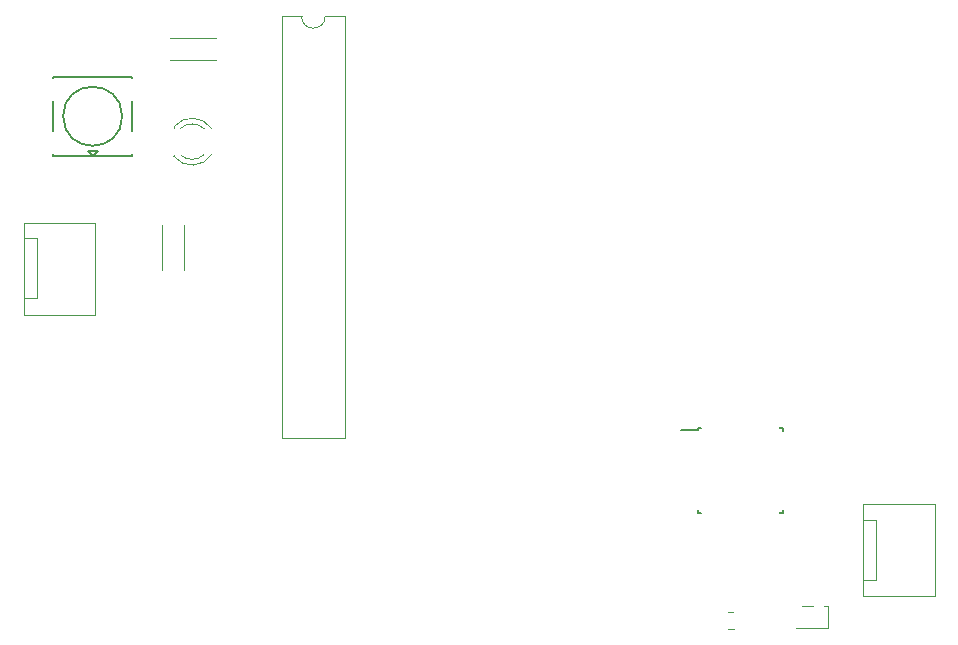
<source format=gto>
%TF.GenerationSoftware,KiCad,Pcbnew,(5.0.0)*%
%TF.CreationDate,2018-10-04T13:43:41-06:00*%
%TF.ProjectId,contador,636F6E7461646F722E6B696361645F70,rev?*%
%TF.SameCoordinates,Original*%
%TF.FileFunction,Legend,Top*%
%TF.FilePolarity,Positive*%
%FSLAX46Y46*%
G04 Gerber Fmt 4.6, Leading zero omitted, Abs format (unit mm)*
G04 Created by KiCad (PCBNEW (5.0.0)) date 10/04/18 13:43:41*
%MOMM*%
%LPD*%
G01*
G04 APERTURE LIST*
%ADD10C,0.120000*%
%ADD11C,0.200000*%
%ADD12C,0.150000*%
%ADD13C,1.375000*%
%ADD14R,2.200000X2.200000*%
%ADD15C,2.200000*%
%ADD16R,2.430000X2.130000*%
%ADD17O,2.430000X2.130000*%
%ADD18O,1.800000X1.800000*%
%ADD19C,1.800000*%
%ADD20C,1.924000*%
%ADD21R,2.000000X0.950000*%
%ADD22R,0.950000X2.000000*%
%ADD23R,2.000000X2.000000*%
%ADD24O,2.000000X2.000000*%
G04 APERTURE END LIST*
D10*
X169337500Y-120160000D02*
X172022500Y-120160000D01*
X172022500Y-120160000D02*
X172022500Y-118240000D01*
X172022500Y-118240000D02*
X169337500Y-118240000D01*
X119842335Y-77871392D02*
G75*
G03X116610000Y-77714484I-1672335J-1078608D01*
G01*
X119842335Y-80028608D02*
G75*
G02X116610000Y-80185516I-1672335J1078608D01*
G01*
X119211130Y-77870163D02*
G75*
G03X117129039Y-77870000I-1041130J-1079837D01*
G01*
X119211130Y-80029837D02*
G75*
G02X117129039Y-80030000I-1041130J1079837D01*
G01*
X116610000Y-77714000D02*
X116610000Y-77870000D01*
X116610000Y-80030000D02*
X116610000Y-80186000D01*
X103900000Y-85800000D02*
X109950000Y-85800000D01*
X109950000Y-85800000D02*
X109950000Y-93600000D01*
X109950000Y-93600000D02*
X103900000Y-93600000D01*
X103900000Y-93600000D02*
X103900000Y-85800000D01*
X104000000Y-87150000D02*
X105010000Y-87150000D01*
X105010000Y-87150000D02*
X105010000Y-92230000D01*
X105010000Y-92230000D02*
X104000000Y-92230000D01*
X176110000Y-116080000D02*
X175100000Y-116080000D01*
X176110000Y-111000000D02*
X176110000Y-116080000D01*
X175100000Y-111000000D02*
X176110000Y-111000000D01*
X175000000Y-117450000D02*
X175000000Y-109650000D01*
X181050000Y-117450000D02*
X175000000Y-117450000D01*
X181050000Y-109650000D02*
X181050000Y-117450000D01*
X175000000Y-109650000D02*
X181050000Y-109650000D01*
X164058578Y-120210000D02*
X163541422Y-120210000D01*
X164058578Y-118790000D02*
X163541422Y-118790000D01*
X115655000Y-85970000D02*
X115655000Y-89810000D01*
X117495000Y-85970000D02*
X117495000Y-89810000D01*
X116320000Y-70180000D02*
X120160000Y-70180000D01*
X116320000Y-72020000D02*
X120160000Y-72020000D01*
D11*
X113110000Y-73440000D02*
X113110000Y-80160000D01*
X112250000Y-76800000D02*
G75*
G03X112250000Y-76800000I-2500000J0D01*
G01*
X113110000Y-80160000D02*
X106390000Y-80160000D01*
X106390000Y-80160000D02*
X106390000Y-73440000D01*
X106390000Y-73440000D02*
X113110000Y-73440000D01*
X109740000Y-80150000D02*
X110200000Y-79710000D01*
X110200000Y-79710000D02*
X109390000Y-79720000D01*
X109390000Y-79720000D02*
X109770000Y-80130000D01*
D12*
X160975000Y-103175000D02*
X160975000Y-103400000D01*
X168225000Y-103175000D02*
X168225000Y-103500000D01*
X168225000Y-110425000D02*
X168225000Y-110100000D01*
X160975000Y-110425000D02*
X160975000Y-110100000D01*
X160975000Y-103175000D02*
X161300000Y-103175000D01*
X160975000Y-110425000D02*
X161300000Y-110425000D01*
X168225000Y-110425000D02*
X167900000Y-110425000D01*
X168225000Y-103175000D02*
X167900000Y-103175000D01*
X160975000Y-103400000D02*
X159550000Y-103400000D01*
D10*
X129435001Y-68345001D02*
G75*
G02X127435001Y-68345001I-1000000J0D01*
G01*
X127435001Y-68345001D02*
X125785001Y-68345001D01*
X125785001Y-68345001D02*
X125785001Y-104025001D01*
X125785001Y-104025001D02*
X131085001Y-104025001D01*
X131085001Y-104025001D02*
X131085001Y-68345001D01*
X131085001Y-68345001D02*
X129435001Y-68345001D01*
%LPC*%
D12*
G36*
X171652443Y-118301655D02*
X171685812Y-118306605D01*
X171718535Y-118314802D01*
X171750297Y-118326166D01*
X171780793Y-118340590D01*
X171809727Y-118357932D01*
X171836823Y-118378028D01*
X171861818Y-118400682D01*
X171884472Y-118425677D01*
X171904568Y-118452773D01*
X171921910Y-118481707D01*
X171936334Y-118512203D01*
X171947698Y-118543965D01*
X171955895Y-118576688D01*
X171960845Y-118610057D01*
X171962500Y-118643750D01*
X171962500Y-119756250D01*
X171960845Y-119789943D01*
X171955895Y-119823312D01*
X171947698Y-119856035D01*
X171936334Y-119887797D01*
X171921910Y-119918293D01*
X171904568Y-119947227D01*
X171884472Y-119974323D01*
X171861818Y-119999318D01*
X171836823Y-120021972D01*
X171809727Y-120042068D01*
X171780793Y-120059410D01*
X171750297Y-120073834D01*
X171718535Y-120085198D01*
X171685812Y-120093395D01*
X171652443Y-120098345D01*
X171618750Y-120100000D01*
X170931250Y-120100000D01*
X170897557Y-120098345D01*
X170864188Y-120093395D01*
X170831465Y-120085198D01*
X170799703Y-120073834D01*
X170769207Y-120059410D01*
X170740273Y-120042068D01*
X170713177Y-120021972D01*
X170688182Y-119999318D01*
X170665528Y-119974323D01*
X170645432Y-119947227D01*
X170628090Y-119918293D01*
X170613666Y-119887797D01*
X170602302Y-119856035D01*
X170594105Y-119823312D01*
X170589155Y-119789943D01*
X170587500Y-119756250D01*
X170587500Y-118643750D01*
X170589155Y-118610057D01*
X170594105Y-118576688D01*
X170602302Y-118543965D01*
X170613666Y-118512203D01*
X170628090Y-118481707D01*
X170645432Y-118452773D01*
X170665528Y-118425677D01*
X170688182Y-118400682D01*
X170713177Y-118378028D01*
X170740273Y-118357932D01*
X170769207Y-118340590D01*
X170799703Y-118326166D01*
X170831465Y-118314802D01*
X170864188Y-118306605D01*
X170897557Y-118301655D01*
X170931250Y-118300000D01*
X171618750Y-118300000D01*
X171652443Y-118301655D01*
X171652443Y-118301655D01*
G37*
D13*
X171275000Y-119200000D03*
D12*
G36*
X169777443Y-118301655D02*
X169810812Y-118306605D01*
X169843535Y-118314802D01*
X169875297Y-118326166D01*
X169905793Y-118340590D01*
X169934727Y-118357932D01*
X169961823Y-118378028D01*
X169986818Y-118400682D01*
X170009472Y-118425677D01*
X170029568Y-118452773D01*
X170046910Y-118481707D01*
X170061334Y-118512203D01*
X170072698Y-118543965D01*
X170080895Y-118576688D01*
X170085845Y-118610057D01*
X170087500Y-118643750D01*
X170087500Y-119756250D01*
X170085845Y-119789943D01*
X170080895Y-119823312D01*
X170072698Y-119856035D01*
X170061334Y-119887797D01*
X170046910Y-119918293D01*
X170029568Y-119947227D01*
X170009472Y-119974323D01*
X169986818Y-119999318D01*
X169961823Y-120021972D01*
X169934727Y-120042068D01*
X169905793Y-120059410D01*
X169875297Y-120073834D01*
X169843535Y-120085198D01*
X169810812Y-120093395D01*
X169777443Y-120098345D01*
X169743750Y-120100000D01*
X169056250Y-120100000D01*
X169022557Y-120098345D01*
X168989188Y-120093395D01*
X168956465Y-120085198D01*
X168924703Y-120073834D01*
X168894207Y-120059410D01*
X168865273Y-120042068D01*
X168838177Y-120021972D01*
X168813182Y-119999318D01*
X168790528Y-119974323D01*
X168770432Y-119947227D01*
X168753090Y-119918293D01*
X168738666Y-119887797D01*
X168727302Y-119856035D01*
X168719105Y-119823312D01*
X168714155Y-119789943D01*
X168712500Y-119756250D01*
X168712500Y-118643750D01*
X168714155Y-118610057D01*
X168719105Y-118576688D01*
X168727302Y-118543965D01*
X168738666Y-118512203D01*
X168753090Y-118481707D01*
X168770432Y-118452773D01*
X168790528Y-118425677D01*
X168813182Y-118400682D01*
X168838177Y-118378028D01*
X168865273Y-118357932D01*
X168894207Y-118340590D01*
X168924703Y-118326166D01*
X168956465Y-118314802D01*
X168989188Y-118306605D01*
X169022557Y-118301655D01*
X169056250Y-118300000D01*
X169743750Y-118300000D01*
X169777443Y-118301655D01*
X169777443Y-118301655D01*
G37*
D13*
X169400000Y-119200000D03*
D14*
X116900000Y-78950000D03*
D15*
X119440000Y-78950000D03*
D16*
X107300000Y-87150000D03*
D17*
X107300000Y-89690000D03*
X107300000Y-92230000D03*
X178400000Y-116080000D03*
X178400000Y-113540000D03*
D16*
X178400000Y-111000000D03*
D12*
G36*
X165114943Y-118601655D02*
X165148312Y-118606605D01*
X165181035Y-118614802D01*
X165212797Y-118626166D01*
X165243293Y-118640590D01*
X165272227Y-118657932D01*
X165299323Y-118678028D01*
X165324318Y-118700682D01*
X165346972Y-118725677D01*
X165367068Y-118752773D01*
X165384410Y-118781707D01*
X165398834Y-118812203D01*
X165410198Y-118843965D01*
X165418395Y-118876688D01*
X165423345Y-118910057D01*
X165425000Y-118943750D01*
X165425000Y-120056250D01*
X165423345Y-120089943D01*
X165418395Y-120123312D01*
X165410198Y-120156035D01*
X165398834Y-120187797D01*
X165384410Y-120218293D01*
X165367068Y-120247227D01*
X165346972Y-120274323D01*
X165324318Y-120299318D01*
X165299323Y-120321972D01*
X165272227Y-120342068D01*
X165243293Y-120359410D01*
X165212797Y-120373834D01*
X165181035Y-120385198D01*
X165148312Y-120393395D01*
X165114943Y-120398345D01*
X165081250Y-120400000D01*
X164393750Y-120400000D01*
X164360057Y-120398345D01*
X164326688Y-120393395D01*
X164293965Y-120385198D01*
X164262203Y-120373834D01*
X164231707Y-120359410D01*
X164202773Y-120342068D01*
X164175677Y-120321972D01*
X164150682Y-120299318D01*
X164128028Y-120274323D01*
X164107932Y-120247227D01*
X164090590Y-120218293D01*
X164076166Y-120187797D01*
X164064802Y-120156035D01*
X164056605Y-120123312D01*
X164051655Y-120089943D01*
X164050000Y-120056250D01*
X164050000Y-118943750D01*
X164051655Y-118910057D01*
X164056605Y-118876688D01*
X164064802Y-118843965D01*
X164076166Y-118812203D01*
X164090590Y-118781707D01*
X164107932Y-118752773D01*
X164128028Y-118725677D01*
X164150682Y-118700682D01*
X164175677Y-118678028D01*
X164202773Y-118657932D01*
X164231707Y-118640590D01*
X164262203Y-118626166D01*
X164293965Y-118614802D01*
X164326688Y-118606605D01*
X164360057Y-118601655D01*
X164393750Y-118600000D01*
X165081250Y-118600000D01*
X165114943Y-118601655D01*
X165114943Y-118601655D01*
G37*
D13*
X164737500Y-119500000D03*
D12*
G36*
X163239943Y-118601655D02*
X163273312Y-118606605D01*
X163306035Y-118614802D01*
X163337797Y-118626166D01*
X163368293Y-118640590D01*
X163397227Y-118657932D01*
X163424323Y-118678028D01*
X163449318Y-118700682D01*
X163471972Y-118725677D01*
X163492068Y-118752773D01*
X163509410Y-118781707D01*
X163523834Y-118812203D01*
X163535198Y-118843965D01*
X163543395Y-118876688D01*
X163548345Y-118910057D01*
X163550000Y-118943750D01*
X163550000Y-120056250D01*
X163548345Y-120089943D01*
X163543395Y-120123312D01*
X163535198Y-120156035D01*
X163523834Y-120187797D01*
X163509410Y-120218293D01*
X163492068Y-120247227D01*
X163471972Y-120274323D01*
X163449318Y-120299318D01*
X163424323Y-120321972D01*
X163397227Y-120342068D01*
X163368293Y-120359410D01*
X163337797Y-120373834D01*
X163306035Y-120385198D01*
X163273312Y-120393395D01*
X163239943Y-120398345D01*
X163206250Y-120400000D01*
X162518750Y-120400000D01*
X162485057Y-120398345D01*
X162451688Y-120393395D01*
X162418965Y-120385198D01*
X162387203Y-120373834D01*
X162356707Y-120359410D01*
X162327773Y-120342068D01*
X162300677Y-120321972D01*
X162275682Y-120299318D01*
X162253028Y-120274323D01*
X162232932Y-120247227D01*
X162215590Y-120218293D01*
X162201166Y-120187797D01*
X162189802Y-120156035D01*
X162181605Y-120123312D01*
X162176655Y-120089943D01*
X162175000Y-120056250D01*
X162175000Y-118943750D01*
X162176655Y-118910057D01*
X162181605Y-118876688D01*
X162189802Y-118843965D01*
X162201166Y-118812203D01*
X162215590Y-118781707D01*
X162232932Y-118752773D01*
X162253028Y-118725677D01*
X162275682Y-118700682D01*
X162300677Y-118678028D01*
X162327773Y-118657932D01*
X162356707Y-118640590D01*
X162387203Y-118626166D01*
X162418965Y-118614802D01*
X162451688Y-118606605D01*
X162485057Y-118601655D01*
X162518750Y-118600000D01*
X163206250Y-118600000D01*
X163239943Y-118601655D01*
X163239943Y-118601655D01*
G37*
D13*
X162862500Y-119500000D03*
D18*
X116575000Y-90430000D03*
D19*
X116575000Y-85350000D03*
X115700000Y-71100000D03*
D18*
X120780000Y-71100000D03*
D20*
X113000000Y-79050000D03*
X106500000Y-79050000D03*
X106500000Y-74550000D03*
X113000000Y-74550000D03*
D21*
X160350000Y-104000000D03*
X160350000Y-104800000D03*
X160350000Y-105600000D03*
X160350000Y-106400000D03*
X160350000Y-107200000D03*
X160350000Y-108000000D03*
X160350000Y-108800000D03*
X160350000Y-109600000D03*
D22*
X161800000Y-111050000D03*
X162600000Y-111050000D03*
X163400000Y-111050000D03*
X164200000Y-111050000D03*
X165000000Y-111050000D03*
X165800000Y-111050000D03*
X166600000Y-111050000D03*
X167400000Y-111050000D03*
D21*
X168850000Y-109600000D03*
X168850000Y-108800000D03*
X168850000Y-108000000D03*
X168850000Y-107200000D03*
X168850000Y-106400000D03*
X168850000Y-105600000D03*
X168850000Y-104800000D03*
X168850000Y-104000000D03*
D22*
X167400000Y-102550000D03*
X166600000Y-102550000D03*
X165800000Y-102550000D03*
X165000000Y-102550000D03*
X164200000Y-102550000D03*
X163400000Y-102550000D03*
X162600000Y-102550000D03*
X161800000Y-102550000D03*
D23*
X124625001Y-69675001D03*
D24*
X132245001Y-102695001D03*
X124625001Y-72215001D03*
X132245001Y-100155001D03*
X124625001Y-74755001D03*
X132245001Y-97615001D03*
X124625001Y-77295001D03*
X132245001Y-95075001D03*
X124625001Y-79835001D03*
X132245001Y-92535001D03*
X124625001Y-82375001D03*
X132245001Y-89995001D03*
X124625001Y-84915001D03*
X132245001Y-87455001D03*
X124625001Y-87455001D03*
X132245001Y-84915001D03*
X124625001Y-89995001D03*
X132245001Y-82375001D03*
X124625001Y-92535001D03*
X132245001Y-79835001D03*
X124625001Y-95075001D03*
X132245001Y-77295001D03*
X124625001Y-97615001D03*
X132245001Y-74755001D03*
X124625001Y-100155001D03*
X132245001Y-72215001D03*
X124625001Y-102695001D03*
X132245001Y-69675001D03*
M02*

</source>
